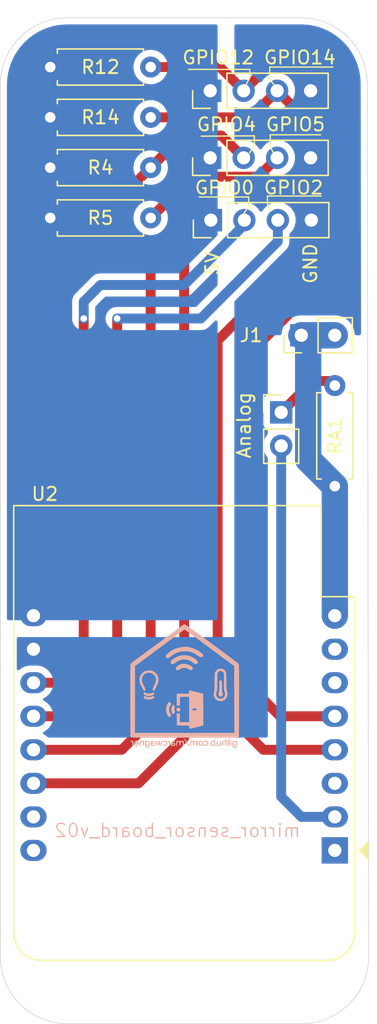
<source format=kicad_pcb>
(kicad_pcb (version 20240108) (generator "pcbnew") (generator_version "8.0")
  (layers (0 "F.Cu" signal) (31 "B.Cu" signal) (34 "B.Paste" user) (35 "F.Paste" user) (36 "B.SilkS" user "B.Silkscreen") (37 "F.SilkS" user "F.Silkscreen") (38 "B.Mask" user) (39 "F.Mask" user) (44 "Edge.Cuts" user))
  (net 0 "")
  (net 1 "Net-(J7-Pin_1)")
  (net 6 "/+3v3")
  (net 7 "+5V")
  (net 8 "GND")
  (net 9 "/ADC0")
  (net 10 "/GPIO4")
  (net 11 "/GPIO5")
  (net 12 "/GPIO14")
  (net 13 "/GPIO12")
  (net 14 "/GPIO2")
  (net 15 "/GPIO0")
  (net 16 "/GPIO13")
  (net 17 "/GPIO15")
  (footprint "Connector_PinHeader_2.54mm:PinHeader_1x02_P2.54mm_Vertical" (layer "F.Cu") (at 81.28 49.53 90)
    (property "Reference" "J1" (at 0 -3.81 180) (layer "F.SilkS"))
    (property "Value" "Conn_01x02_Pin")
    (pad "1" thru_hole rect (at 0 0 90) (size 1.7 1.7) (drill 1) (layers "*.Cu" "*.Mask") (net 6 "/+3v3"))
    (pad "2" thru_hole oval (at 0 2.54 90) (size 1.7 1.7) (drill 1) (layers "*.Cu" "*.Mask") (net 6 "/+3v3"))
  )
  (footprint "Connector_PinHeader_2.54mm:PinHeader_1x04_P2.54mm_Vertical" (layer "F.Cu") (at 74.365279 31.007484 90)
    (property "Reference" "J9" (hide yes))
    (property "Value" "Conn_01x04_Pin")
    (pad "1" thru_hole rect (at 0 0 90) (size 1.7 1.7) (drill 1) (layers "*.Cu" "*.Mask") (net 7 "+5V"))
    (pad "2" thru_hole oval (at 0 2.54 90) (size 1.7 1.7) (drill 1) (layers "*.Cu" "*.Mask") (net 13 "/GPIO12"))
    (pad "3" thru_hole oval (at 0 5.08 90) (size 1.7 1.7) (drill 1) (layers "*.Cu" "*.Mask") (net 12 "/GPIO14"))
    (pad "4" thru_hole oval (at 0 7.62 90) (size 1.7 1.7) (drill 1) (layers "*.Cu" "*.Mask") (net 8 "GND"))
  )
  (footprint "Resistor_THT:R_Axial_DIN0207_L6.3mm_D2.5mm_P7.62mm_Horizontal" (layer "F.Cu") (at 69.85 40.64 180)
    (property "Reference" "R5" (at 3.81 0 0) (layer "F.SilkS"))
    (property "Value" "R")
    (pad "1" thru_hole circle (at 0 0 180) (size 1.6 1.6) (drill 0.8) (layers "*.Cu" "*.Mask") (net 11 "/GPIO5"))
    (pad "2" thru_hole oval (at 7.62 0 180) (size 1.6 1.6) (drill 0.8) (layers "*.Cu" "*.Mask") (net 7 "+5V"))
  )
  (footprint "Resistor_THT:R_Axial_DIN0207_L6.3mm_D2.5mm_P7.62mm_Horizontal" (layer "F.Cu") (at 69.85 36.83 180)
    (property "Reference" "R4" (at 3.81 0 0) (layer "F.SilkS"))
    (property "Value" "R")
    (pad "1" thru_hole circle (at 0 0 180) (size 1.6 1.6) (drill 0.8) (layers "*.Cu" "*.Mask") (net 10 "/GPIO4"))
    (pad "2" thru_hole oval (at 7.62 0 180) (size 1.6 1.6) (drill 0.8) (layers "*.Cu" "*.Mask") (net 7 "+5V"))
  )
  (footprint "Connector_PinHeader_2.54mm:PinHeader_1x04_P2.54mm_Vertical" (layer "F.Cu") (at 74.365279 36.087484 90)
    (property "Reference" "J8" (hide yes))
    (property "Value" "Conn_01x04_Pin")
    (pad "1" thru_hole rect (at 0 0 90) (size 1.7 1.7) (drill 1) (layers "*.Cu" "*.Mask") (net 7 "+5V"))
    (pad "2" thru_hole oval (at 0 2.54 90) (size 1.7 1.7) (drill 1) (layers "*.Cu" "*.Mask") (net 10 "/GPIO4"))
    (pad "3" thru_hole oval (at 0 5.08 90) (size 1.7 1.7) (drill 1) (layers "*.Cu" "*.Mask") (net 11 "/GPIO5"))
    (pad "4" thru_hole oval (at 0 7.62 90) (size 1.7 1.7) (drill 1) (layers "*.Cu" "*.Mask") (net 8 "GND"))
  )
  (footprint "Resistor_THT:R_Axial_DIN0207_L6.3mm_D2.5mm_P7.62mm_Horizontal" (layer "F.Cu") (at 69.85 33.02 180)
    (property "Reference" "R14" (at 3.81 0 0) (layer "F.SilkS"))
    (property "Value" "R")
    (pad "1" thru_hole circle (at 0 0 180) (size 1.6 1.6) (drill 0.8) (layers "*.Cu" "*.Mask") (net 12 "/GPIO14"))
    (pad "2" thru_hole oval (at 7.62 0 180) (size 1.6 1.6) (drill 0.8) (layers "*.Cu" "*.Mask") (net 7 "+5V"))
  )
  (footprint "Resistor_THT:R_Axial_DIN0207_L6.3mm_D2.5mm_P7.62mm_Horizontal" (layer "F.Cu") (at 69.85 29.21 180)
    (property "Reference" "R12" (at 3.81 0 0) (layer "F.SilkS"))
    (property "Value" "R" (hide yes))
    (pad "1" thru_hole circle (at 0 0 180) (size 1.6 1.6) (drill 0.8) (layers "*.Cu" "*.Mask") (net 13 "/GPIO12"))
    (pad "2" thru_hole oval (at 7.62 0 180) (size 1.6 1.6) (drill 0.8) (layers "*.Cu" "*.Mask") (net 7 "+5V"))
  )
  (footprint "Connector_PinHeader_2.54mm:PinHeader_1x02_P2.54mm_Vertical" (layer "F.Cu") (at 79.751775 55.367942)
    (property "Reference" "J7" (hide yes))
    (property "Value" "Conn_01x02_Pin")
    (pad "1" thru_hole rect (at 0 0) (size 1.7 1.7) (drill 1) (layers "*.Cu" "*.Mask") (net 1 "Net-(J7-Pin_1)"))
    (pad "2" thru_hole oval (at 0 2.54) (size 1.7 1.7) (drill 1) (layers "*.Cu" "*.Mask") (net 9 "/ADC0"))
  )
  (footprint "Connector_PinHeader_2.54mm:PinHeader_1x04_P2.54mm_Vertical" (layer "F.Cu") (at 74.416951 40.807414 90)
    (property "Reference" "J10" (hide yes))
    (property "Value" "Conn_01x04_Pin")
    (pad "1" thru_hole rect (at 0 0 90) (size 1.7 1.7) (drill 1) (layers "*.Cu" "*.Mask") (net 7 "+5V"))
    (pad "2" thru_hole oval (at 0 2.54 90) (size 1.7 1.7) (drill 1) (layers "*.Cu" "*.Mask") (net 14 "/GPIO2"))
    (pad "3" thru_hole oval (at 0 5.08 90) (size 1.7 1.7) (drill 1) (layers "*.Cu" "*.Mask") (net 15 "/GPIO0"))
    (pad "4" thru_hole oval (at 0 7.62 90) (size 1.7 1.7) (drill 1) (layers "*.Cu" "*.Mask") (net 8 "GND"))
  )
  (footprint "Module:WEMOS_D1_mini_light" (layer "F.Cu") (at 83.82 88.553187 180)
    (property "Reference" "U2" (at 22 27 0) (layer "F.SilkS"))
    (property "Value" "WeMos_D1_mini")
    (pad "1" thru_hole rect (at 0 0 180) (size 2 2) (drill 1) (layers "*.Cu" "*.Mask"))
    (pad "2" thru_hole oval (at 0 2.54 180) (size 2 1.6) (drill 1) (layers "*.Cu" "*.Mask") (net 9 "/ADC0"))
    (pad "3" thru_hole oval (at 0 5.08 180) (size 2 1.6) (drill 1) (layers "*.Cu" "*.Mask"))
    (pad "4" thru_hole oval (at 0 7.62 180) (size 2 1.6) (drill 1) (layers "*.Cu" "*.Mask") (net 12 "/GPIO14"))
    (pad "5" thru_hole oval (at 0 10.16 180) (size 2 1.6) (drill 1) (layers "*.Cu" "*.Mask") (net 13 "/GPIO12"))
    (pad "6" thru_hole oval (at 0 12.7 180) (size 2 1.6) (drill 1) (layers "*.Cu" "*.Mask") (net 16 "/GPIO13"))
    (pad "7" thru_hole oval (at 0 15.24 180) (size 2 1.6) (drill 1) (layers "*.Cu" "*.Mask") (net 17 "/GPIO15"))
    (pad "8" thru_hole oval (at 0 17.78 180) (size 2 1.6) (drill 1) (layers "*.Cu" "*.Mask") (net 6 "/+3v3"))
    (pad "9" thru_hole oval (at 22.86 17.78 180) (size 2 1.6) (drill 1) (layers "*.Cu" "*.Mask") (net 7 "+5V"))
    (pad "10" thru_hole oval (at 22.86 15.24 180) (size 2 1.6) (drill 1) (layers "*.Cu" "*.Mask") (net 8 "GND"))
    (pad "11" thru_hole oval (at 22.86 12.7 180) (size 2 1.6) (drill 1) (layers "*.Cu" "*.Mask") (net 14 "/GPIO2"))
    (pad "12" thru_hole oval (at 22.86 10.16 180) (size 2 1.6) (drill 1) (layers "*.Cu" "*.Mask") (net 15 "/GPIO0"))
    (pad "13" thru_hole oval (at 22.86 7.62 180) (size 2 1.6) (drill 1) (layers "*.Cu" "*.Mask") (net 10 "/GPIO4"))
    (pad "14" thru_hole oval (at 22.86 5.08 180) (size 2 1.6) (drill 1) (layers "*.Cu" "*.Mask") (net 11 "/GPIO5"))
    (pad "15" thru_hole oval (at 22.86 2.54 180) (size 2 1.6) (drill 1) (layers "*.Cu" "*.Mask"))
    (pad "16" thru_hole oval (at 22.86 0 180) (size 2 1.6) (drill 1) (layers "*.Cu" "*.Mask"))
  )
  (footprint "Resistor_THT:R_Axial_DIN0207_L6.3mm_D2.5mm_P7.62mm_Horizontal" (layer "F.Cu") (at 83.82 60.96 90)
    (property "Reference" "RA1" (at 3.81 0 90) (layer "F.SilkS"))
    (property "Value" "R")
    (pad "1" thru_hole circle (at 0 0 90) (size 1.6 1.6) (drill 0.8) (layers "*.Cu" "*.Mask") (net 6 "/+3v3"))
    (pad "2" thru_hole oval (at 7.62 0 90) (size 1.6 1.6) (drill 0.8) (layers "*.Cu" "*.Mask") (net 1 "Net-(J7-Pin_1)"))
  )
  (footprint "sensor_logo:multisensor_logo" (layer "B.Cu") (at 72.39 76.2 180)
    (property "Reference" "G***" (hide yes))
    (property "Value" "LOGO" (hide yes))
  )
  (gr_line (start 77.284582 39.79169) (end 76.915815 40.283653) (stroke (width 0.1)) (layer "F.SilkS"))
  (gr_line (start 77.716519 35.142276) (end 77.352569 35.724595) (stroke (width 0.1)) (layer "F.SilkS"))
  (gr_line (start 77.366933 29.385868) (end 77.366933 30.02339) (stroke (width 0.1)) (layer "F.SilkS"))
  (gr_line (start 72.706425 29.385868) (end 77.366933 29.385868) (stroke (width 0.1)) (layer "F.SilkS"))
  (gr_line (start 78.723101 39.736362) (end 79.036624 40.105213) (stroke (width 0.1)) (layer "F.SilkS"))
  (gr_line (start 73.680319 34.446411) (end 77.715791 34.420207) (stroke (width 0.1)) (layer "F.SilkS"))
  (gr_line (start 77.284582 39.053988) (end 77.284582 39.79169) (stroke (width 0.1)) (layer "F.SilkS"))
  (gr_line (start 73.540743 39.053988) (end 77.284582 39.053988) (stroke (width 0.1)) (layer "F.SilkS"))
  (gr_line (start 82.747028 34.341594) (end 78.921191 34.341594) (stroke (width 0.1)) (layer "F.SilkS"))
  (gr_line (start 82.780463 38.980218) (end 78.704658 38.980218) (stroke (width 0.1)) (layer "F.SilkS"))
  (gr_line (start 78.921191 35.232542) (end 79.183235 35.756629) (stroke (width 0.1)) (layer "F.SilkS"))
  (gr_line (start 78.921191 34.341594) (end 78.921191 35.232542) (stroke (width 0.1)) (layer "F.SilkS"))
  (gr_line (start 77.366933 30.02339) (end 77.059163 30.594962) (stroke (width 0.1)) (layer "F.SilkS"))
  (gr_line (start 77.715791 34.420207) (end 77.716519 35.142276) (stroke (width 0.1)) (layer "F.SilkS"))
  (gr_line (start 78.883796 30.133308) (end 79.279499 30.660913) (stroke (width 0.1)) (layer "F.SilkS"))
  (gr_line (start 83.676204 29.21) (end 78.883796 29.21) (stroke (width 0.1)) (layer "F.SilkS"))
  (gr_line (start 78.883796 29.21) (end 78.883796 30.133308) (stroke (width 0.1)) (layer "F.SilkS"))
  (gr_line (start 78.704658 38.980218) (end 78.723101 39.736362) (stroke (width 0.1)) (layer "F.SilkS"))
  (gr_arc (start 81.304817 25.479292) (mid 84.852126 26.980341) (end 86.280167 30.557665) (stroke (width 0.05)) (layer "Edge.Cuts"))
  (gr_arc (start 63.524817 101.679283) (mid 59.932712 100.191393) (end 58.444817 96.59929) (stroke (width 0.05)) (layer "Edge.Cuts"))
  (gr_arc (start 58.444817 30.55929) (mid 59.932715 26.967188) (end 63.524817 25.47929) (stroke (width 0.05)) (layer "Edge.Cuts"))
  (gr_line (start 81.304817 101.679285) (end 63.524817 101.67929) (stroke (width 0.05)) (layer "Edge.Cuts"))
  (gr_arc (start 86.384817 96.59929) (mid 84.896918 100.19139) (end 81.304817 101.679285) (stroke (width 0.05)) (layer "Edge.Cuts"))
  (gr_line (start 86.280167 30.557665) (end 86.384817 96.59929) (stroke (width 0.05)) (layer "Edge.Cuts"))
  (gr_line (start 63.524817 25.47929) (end 81.304817 25.479291) (stroke (width 0.05)) (layer "Edge.Cuts"))
  (gr_line (start 58.444817 30.55929) (end 58.444817 96.59929) (stroke (width 0.05)) (layer "Edge.Cuts"))
  (gr_text "mirror_sensor_board_v02" (at 81.28 87.63 0) (layer "B.SilkS") (effects (font (size 1 1) (thickness 0.1)) (justify left bottom mirror)))
  (gr_text "GPIO4 GPIO5" (at 73.261291 34.142579 0) (layer "F.SilkS") (effects (font (size 1 1)) (justify left bottom)))
  (gr_text "GPIO0 GPIO2" (at 73.114254 38.934351 0) (layer "F.SilkS") (effects (font (size 1 1)) (justify left bottom)))
  (gr_text "GPIO12 GPIO14\n" (at 72.163521 29.073965 0) (layer "F.SilkS") (effects (font (size 1 1)) (justify left bottom)))
  (gr_text "Analog" (at 77.517029 58.946351 90) (layer "F.SilkS") (effects (font (size 1 1)) (justify left bottom)))
  (gr_text "GND" (at 82.55 45.72 90) (layer "F.SilkS") (effects (font (size 1 1)) (justify left bottom)))
  (gr_text "5V" (at 75.11551 45.086864 90) (layer "F.SilkS") (effects (font (size 1 1)) (justify left bottom)))
  (segment (start 83.82 52.993187) (end 82.12653 52.993187) (width 0.75) (layer "F.Cu") (net 1))
  (segment (start 82.12653 52.993187) (end 79.751775 55.367942) (width 0.75) (layer "F.Cu") (net 1))
  (segment (start 81.801775 50.051775) (end 81.801775 58.941775) (width 2) (layer "B.Cu") (net 6))
  (segment (start 81.28 49.53) (end 81.801775 50.051775) (width 2) (layer "B.Cu") (net 6))
  (segment (start 81.28 49.53) (end 83.82 49.53) (width 2) (layer "B.Cu") (net 6))
  (segment (start 81.801775 58.941775) (end 83.82 60.96) (width 2) (layer "B.Cu") (net 6))
  (segment (start 83.82 70.773187) (end 83.82 60.96) (width 2) (layer "B.Cu") (net 6))
  (segment (start 81.28 86.013187) (end 83.82 86.013187) (width 0.75) (layer "B.Cu") (net 9))
  (segment (start 79.751775 57.907942) (end 79.751775 84.484962) (width 0.75) (layer "B.Cu") (net 9))
  (segment (start 79.751775 84.484962) (end 81.28 86.013187) (width 0.75) (layer "B.Cu") (net 9))
  (segment (start 76.905279 36.087484) (end 75.212795 34.395) (width 0.75) (layer "F.Cu") (net 10))
  (segment (start 75.212795 34.395) (end 72.285 34.395) (width 0.75) (layer "F.Cu") (net 10))
  (segment (start 67.31 39.37) (end 67.31 41.91) (width 0.75) (layer "F.Cu") (net 10))
  (segment (start 69.85 36.83) (end 67.31 39.37) (width 0.75) (layer "F.Cu") (net 10))
  (segment (start 67.31 41.91) (end 69.85 44.45) (width 0.75) (layer "F.Cu") (net 10))
  (segment (start 72.285 34.395) (end 69.85 36.83) (width 0.75) (layer "F.Cu") (net 10))
  (segment (start 69.85 44.45) (end 69.85 78.74) (width 0.75) (layer "F.Cu") (net 10))
  (segment (start 69.85 78.74) (end 67.656813 80.933187) (width 0.75) (layer "F.Cu") (net 10))
  (segment (start 67.656813 80.933187) (end 60.96 80.933187) (width 0.75) (layer "F.Cu") (net 10))
  (segment (start 72.977516 37.512484) (end 69.85 40.64) (width 0.75) (layer "F.Cu") (net 11))
  (segment (start 72.39 38.1) (end 72.977516 37.512484) (width 0.75) (layer "F.Cu") (net 11))
  (segment (start 68.926813 83.473187) (end 72.39 80.01) (width 0.75) (layer "F.Cu") (net 11))
  (segment (start 79.445279 36.087484) (end 78.020279 37.512484) (width 0.75) (layer "F.Cu") (net 11))
  (segment (start 72.39 80.01) (end 72.39 38.1) (width 0.75) (layer "F.Cu") (net 11))
  (segment (start 78.020279 37.512484) (end 72.977516 37.512484) (width 0.75) (layer "F.Cu") (net 11))
  (segment (start 60.96 83.473187) (end 68.926813 83.473187) (width 0.75) (layer "F.Cu") (net 11))
  (segment (start 79.445279 31.007484) (end 77.432763 33.02) (width 0.75) (layer "F.Cu") (net 12))
  (segment (start 83.461951 35.024156) (end 83.461951 41.397669) (width 0.75) (layer "F.Cu") (net 12))
  (segment (start 83.461951 41.397669) (end 74.93 49.92962) (width 0.75) (layer "F.Cu") (net 12))
  (segment (start 78.393187 80.933187) (end 83.82 80.933187) (width 0.75) (layer "F.Cu") (net 12))
  (segment (start 74.93 49.92962) (end 74.93 77.47) (width 0.75) (layer "F.Cu") (net 12))
  (segment (start 79.445279 31.007484) (end 83.461951 35.024156) (width 0.75) (layer "F.Cu") (net 12))
  (segment (start 74.93 77.47) (end 78.393187 80.933187) (width 0.75) (layer "F.Cu") (net 12))
  (segment (start 77.432763 33.02) (end 69.85 33.02) (width 0.75) (layer "F.Cu") (net 12))
  (segment (start 76.905279 31.007484) (end 75.107795 29.21) (width 0.75) (layer "F.Cu") (net 13))
  (segment (start 85.09 32.09695) (end 85.09 43.18) (width 0.75) (layer "F.Cu") (net 13))
  (segment (start 78.330279 29.582484) (end 78.367516 29.582484) (width 0.75) (layer "F.Cu") (net 13))
  (segment (start 77.47 76.2) (end 79.663187 78.393187) (width 0.75) (layer "F.Cu") (net 13))
  (segment (start 79.663187 78.393187) (end 83.82 78.393187) (width 0.75) (layer "F.Cu") (net 13))
  (segment (start 75.107795 29.21) (end 69.85 29.21) (width 0.75) (layer "F.Cu") (net 13))
  (segment (start 82.20305 29.21) (end 85.09 32.09695) (width 0.75) (layer "F.Cu") (net 13))
  (segment (start 85.09 43.18) (end 77.47 50.8) (width 0.75) (layer "F.Cu") (net 13))
  (segment (start 78.367516 29.582484) (end 78.74 29.21) (width 0.75) (layer "F.Cu") (net 13))
  (segment (start 78.74 29.21) (end 82.20305 29.21) (width 0.75) (layer "F.Cu") (net 13))
  (segment (start 76.905279 31.007484) (end 78.330279 29.582484) (width 0.75) (layer "F.Cu") (net 13))
  (segment (start 77.47 50.8) (end 77.47 76.2) (width 0.75) (layer "F.Cu") (net 13))
  (segment (start 64.216626 75.853187) (end 60.96 75.853187) (width 0.75) (layer "F.Cu") (net 14))
  (segment (start 64.77 48.26) (end 64.77 75.299813) (width 0.75) (layer "F.Cu") (net 14))
  (segment (start 64.77 75.299813) (end 64.216626 75.853187) (width 0.75) (layer "F.Cu") (net 14))
  (via (at 64.77 48.26) (size 0.75) (drill 0.5) (layers "F.Cu" "B.Cu") (net 14))
  (segment (start 72.39 45.72) (end 66.04 45.72) (width 0.75) (layer "B.Cu") (net 14))
  (segment (start 76.956951 41.153049) (end 72.39 45.72) (width 0.75) (layer "B.Cu") (net 14))
  (segment (start 64.77 46.99) (end 64.77 48.26) (width 0.75) (layer "B.Cu") (net 14))
  (segment (start 66.04 45.72) (end 64.77 46.99) (width 0.75) (layer "B.Cu") (net 14))
  (segment (start 76.956951 40.807414) (end 76.956951 41.153049) (width 0.75) (layer "B.Cu") (net 14))
  (segment (start 60.96 78.393187) (end 66.386813 78.393187) (width 0.75) (layer "F.Cu") (net 15))
  (segment (start 67.31 77.47) (end 67.31 48.26) (width 0.75) (layer "F.Cu") (net 15))
  (segment (start 66.386813 78.393187) (end 67.31 77.47) (width 0.75) (layer "F.Cu") (net 15))
  (via (at 67.31 48.26) (size 0.75) (drill 0.5) (layers "F.Cu" "B.Cu") (net 15))
  (segment (start 79.496951 40.807414) (end 79.496951 42.423049) (width 0.75) (layer "B.Cu") (net 15))
  (segment (start 79.496951 42.423049) (end 73.66 48.26) (width 0.75) (layer "B.Cu") (net 15))
  (segment (start 73.66 48.26) (end 67.31 48.26) (width 0.75) (layer "B.Cu") (net 15))
  (zone (net 7) (net_name "+5V") (layer "B.Cu") (connect_pads yes (clearance 0.5)) (min_thickness 0.25) (fill yes (thermal_gap 0.5) (thermal_bridge_width 0.5))
    (polygon (pts (xy 74.93 24.13) (xy 58.42 24.13) (xy 58.42 71.12) (xy 74.93 71.12)))
  )
  (zone (net 8) (net_name "GND") (layer "B.Cu") (priority 1) (connect_pads yes (clearance 0.5)) (min_thickness 0.25) (fill yes (thermal_gap 0.5) (thermal_bridge_width 0.5))
    (polygon (pts (xy 76.2 72.39) (xy 76.2 24.13) (xy 86.36 24.13) (xy 86.36 49.53) (xy 78.74 49.53) (xy 78.74 80.01) (xy 59.69 80.01) (xy 59.69 72.39)))
  )
)
</source>
